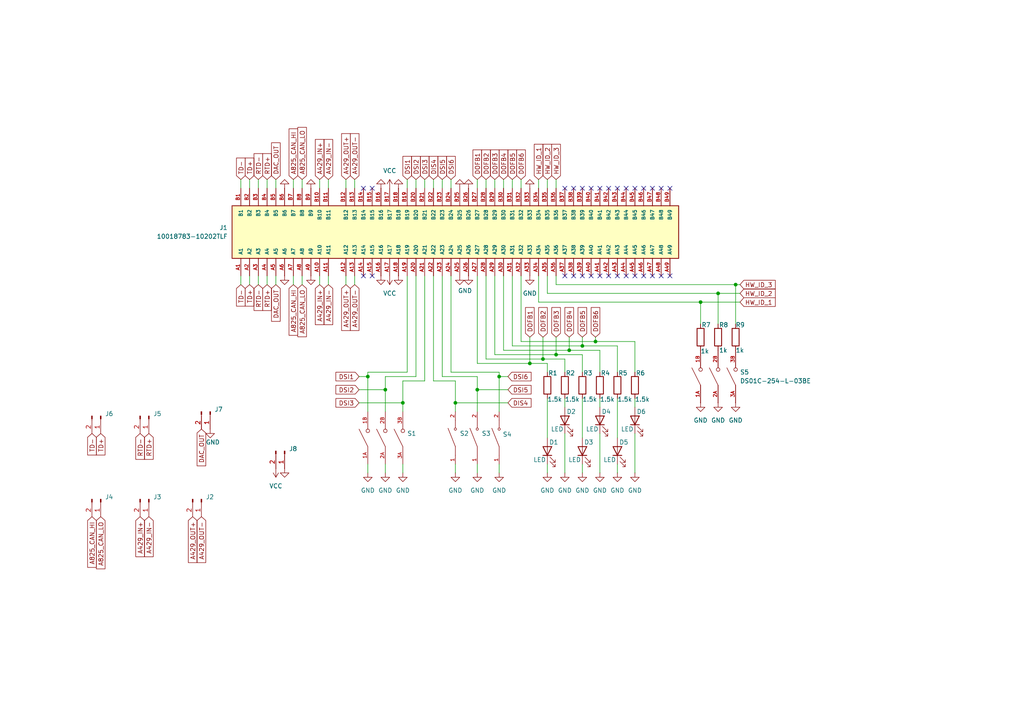
<source format=kicad_sch>
(kicad_sch (version 20231120) (generator "eeschema") (generator_version "8.0")
  (paper "A4")
  (lib_symbols
    (symbol "3 in 1 switch:DS01C-254-L-03BE" (pin_names (offset 1.016))
      (property "Reference" "S" (at -5.08 10.16 0))
      (property "Value" "DS01C-254-L-03BE" (at -5.08 -10.16 0))
      (symbol "DS01C-254-L-03BE_0_0"
        (polyline (pts (xy -2.54 -5.08) (xy 2.54 -2.54)) (stroke (width 0.1524)))
        (polyline (pts (xy -2.54 0) (xy 2.54 2.54)) (stroke (width 0.1524)))
        (polyline (pts (xy -2.54 5.08) (xy 2.54 7.62)) (stroke (width 0.1524)))
        (circle (center 2.032 -5.08) (radius 0.508) (stroke (width 0.1524)))
        (circle (center 2.032 0) (radius 0.508) (stroke (width 0.1524)))
        (circle (center 2.032 5.08) (radius 0.508) (stroke (width 0.1524)))
        (pin passive line (at -7.62 5.08 0) (length 5.08) (name "~") (number "1A"))
        (pin passive line (at 7.62 5.08 180) (length 5.08) (name "~") (number "1B"))
        (pin passive line (at -7.62 0 0) (length 5.08) (name "~") (number "2A"))
        (pin passive line (at 7.62 0 180) (length 5.08) (name "~") (number "2B"))
        (pin passive line (at -7.62 -5.08 0) (length 5.08) (name "~") (number "3A"))
        (pin passive line (at 7.62 -5.08 180) (length 5.08) (name "~") (number "3B"))
      )
    )
    (symbol "Connector:Conn_01x02_Pin" (pin_names (offset 1.016) hide)
      (property "Reference" "J" (at 0 2.54 0))
      (property "Value" "Conn_01x02_Pin" (at 0 -5.08 0))
      (symbol "Conn_01x02_Pin_1_1"
        (polyline (pts (xy 1.27 -2.54) (xy 0.8636 -2.54)) (stroke (width 0.1524)))
        (polyline (pts (xy 1.27 0) (xy 0.8636 0)) (stroke (width 0.1524)))
        (rectangle (start 0.8636 -2.413) (end 0 -2.667) (stroke (width 0.1524)) (fill (type outline)))
        (rectangle (start 0.8636 0.127) (end 0 -0.127) (stroke (width 0.1524)) (fill (type outline)))
        (pin passive line (at 5.08 0 180) (length 3.81) (name "Pin_1") (number "1"))
        (pin passive line (at 5.08 -2.54 180) (length 3.81) (name "Pin_2") (number "2"))
      )
    )
    (symbol "Device:LED" (pin_numbers hide) (pin_names (offset 1.016) hide)
      (property "Reference" "D" (at 0 2.54 0))
      (property "Value" "LED" (at 0 -2.54 0))
      (symbol "LED_0_1"
        (polyline (pts (xy -1.27 -1.27) (xy -1.27 1.27)) (stroke (width 0.254)))
        (polyline (pts (xy -1.27 0) (xy 1.27 0)))
        (polyline (pts (xy 1.27 -1.27) (xy 1.27 1.27) (xy -1.27 0) (xy 1.27 -1.27)) (stroke (width 0.254)))
        (polyline (pts (xy -3.048 -0.762) (xy -4.572 -2.286) (xy -3.81 -2.286) (xy -4.572 -2.286) (xy -4.572 -1.524)))
        (polyline (pts (xy -1.778 -0.762) (xy -3.302 -2.286) (xy -2.54 -2.286) (xy -3.302 -2.286) (xy -3.302 -1.524)))
      )
      (symbol "LED_1_1"
        (pin passive line (at -3.81 0 0) (length 2.54) (name "K") (number "1"))
        (pin passive line (at 3.81 0 180) (length 2.54) (name "A") (number "2"))
      )
    )
    (symbol "Device:R" (pin_numbers hide) (pin_names (offset 0))
      (property "Reference" "R" (at 2.032 0 90))
      (property "Value" "R" (at 0 0 90))
      (symbol "R_0_1"
        (rectangle (start -1.016 -2.54) (end 1.016 2.54) (stroke (width 0.254)))
      )
      (symbol "R_1_1"
        (pin passive line (at 0 3.81 270) (length 1.27) (name "~") (number "1"))
        (pin passive line (at 0 -3.81 90) (length 1.27) (name "~") (number "2"))
      )
    )
    (symbol "PCIE-8 Connector:10018783-10202TLF" (pin_names (offset 1.016))
      (property "Reference" "J" (at -7.62 64.262 0))
      (property "Value" "10018783-10202TLF" (at -7.62 -68.58 0))
      (symbol "10018783-10202TLF_0_0"
        (rectangle (start -7.62 -66.04) (end 7.62 63.5) (stroke (width 0.254)) (fill (type background)))
        (pin passive line (at -12.7 60.96 0) (length 5.08) (name "A1") (number "A1"))
        (pin passive line (at -12.7 38.1 0) (length 5.08) (name "A10") (number "A10"))
        (pin passive line (at -12.7 35.56 0) (length 5.08) (name "A11") (number "A11"))
        (pin passive line (at -12.7 30.48 0) (length 5.08) (name "A12") (number "A12"))
        (pin passive line (at -12.7 27.94 0) (length 5.08) (name "A13") (number "A13"))
        (pin passive line (at -12.7 25.4 0) (length 5.08) (name "A14") (number "A14"))
        (pin passive line (at -12.7 22.86 0) (length 5.08) (name "A15") (number "A15"))
        (pin passive line (at -12.7 20.32 0) (length 5.08) (name "A16") (number "A16"))
        (pin passive line (at -12.7 17.78 0) (length 5.08) (name "A17") (number "A17"))
        (pin passive line (at -12.7 15.24 0) (length 5.08) (name "A18") (number "A18"))
        (pin passive line (at -12.7 12.7 0) (length 5.08) (name "A19") (number "A19"))
        (pin passive line (at -12.7 58.42 0) (length 5.08) (name "A2") (number "A2"))
        (pin passive line (at -12.7 10.16 0) (length 5.08) (name "A20") (number "A20"))
        (pin passive line (at -12.7 7.62 0) (length 5.08) (name "A21") (number "A21"))
        (pin passive line (at -12.7 5.08 0) (length 5.08) (name "A22") (number "A22"))
        (pin passive line (at -12.7 2.54 0) (length 5.08) (name "A23") (number "A23"))
        (pin passive line (at -12.7 0 0) (length 5.08) (name "A24") (number "A24"))
        (pin passive line (at -12.7 -2.54 0) (length 5.08) (name "A25") (number "A25"))
        (pin passive line (at -12.7 -5.08 0) (length 5.08) (name "A26") (number "A26"))
        (pin passive line (at -12.7 -7.62 0) (length 5.08) (name "A27") (number "A27"))
        (pin passive line (at -12.7 -10.16 0) (length 5.08) (name "A28") (number "A28"))
        (pin passive line (at -12.7 -12.7 0) (length 5.08) (name "A29") (number "A29"))
        (pin passive line (at -12.7 55.88 0) (length 5.08) (name "A3") (number "A3"))
        (pin passive line (at -12.7 -15.24 0) (length 5.08) (name "A30") (number "A30"))
        (pin passive line (at -12.7 -17.78 0) (length 5.08) (name "A31") (number "A31"))
        (pin passive line (at -12.7 -20.32 0) (length 5.08) (name "A32") (number "A32"))
        (pin passive line (at -12.7 -22.86 0) (length 5.08) (name "A33") (number "A33"))
        (pin passive line (at -12.7 -25.4 0) (length 5.08) (name "A34") (number "A34"))
        (pin passive line (at -12.7 -27.94 0) (length 5.08) (name "A35") (number "A35"))
        (pin passive line (at -12.7 -30.48 0) (length 5.08) (name "A36") (number "A36"))
        (pin passive line (at -12.7 -33.02 0) (length 5.08) (name "A37") (number "A37"))
        (pin passive line (at -12.7 -35.56 0) (length 5.08) (name "A38") (number "A38"))
        (pin passive line (at -12.7 -38.1 0) (length 5.08) (name "A39") (number "A39"))
        (pin passive line (at -12.7 53.34 0) (length 5.08) (name "A4") (number "A4"))
        (pin passive line (at -12.7 -40.64 0) (length 5.08) (name "A40") (number "A40"))
        (pin passive line (at -12.7 -43.18 0) (length 5.08) (name "A41") (number "A41"))
        (pin passive line (at -12.7 -45.72 0) (length 5.08) (name "A42") (number "A42"))
        (pin passive line (at -12.7 -48.26 0) (length 5.08) (name "A43") (number "A43"))
        (pin passive line (at -12.7 -50.8 0) (length 5.08) (name "A44") (number "A44"))
        (pin passive line (at -12.7 -53.34 0) (length 5.08) (name "A45") (number "A45"))
        (pin passive line (at -12.7 -55.88 0) (length 5.08) (name "A46") (number "A46"))
        (pin passive line (at -12.7 -58.42 0) (length 5.08) (name "A47") (number "A47"))
        (pin passive line (at -12.7 -60.96 0) (length 5.08) (name "A48") (number "A48"))
        (pin passive line (at -12.7 -63.5 0) (length 5.08) (name "A49") (number "A49"))
        (pin passive line (at -12.7 50.8 0) (length 5.08) (name "A5") (number "A5"))
        (pin passive line (at -12.7 48.26 0) (length 5.08) (name "A6") (number "A6"))
        (pin passive line (at -12.7 45.72 0) (length 5.08) (name "A7") (number "A7"))
        (pin passive line (at -12.7 43.18 0) (length 5.08) (name "A8") (number "A8"))
        (pin passive line (at -12.7 40.64 0) (length 5.08) (name "A9") (number "A9"))
        (pin passive line (at 12.7 60.96 180) (length 5.08) (name "B1") (number "B1"))
        (pin passive line (at 12.7 38.1 180) (length 5.08) (name "B10") (number "B10"))
        (pin passive line (at 12.7 35.56 180) (length 5.08) (name "B11") (number "B11"))
        (pin passive line (at 12.7 30.48 180) (length 5.08) (name "B12") (number "B12"))
        (pin passive line (at 12.7 27.94 180) (length 5.08) (name "B13") (number "B13"))
        (pin passive line (at 12.7 25.4 180) (length 5.08) (name "B14") (number "B14"))
        (pin passive line (at 12.7 22.86 180) (length 5.08) (name "B15") (number "B15"))
        (pin passive line (at 12.7 20.32 180) (length 5.08) (name "B16") (number "B16"))
        (pin passive line (at 12.7 17.78 180) (length 5.08) (name "B17") (number "B17"))
        (pin passive line (at 12.7 15.24 180) (length 5.08) (name "B18") (number "B18"))
        (pin passive line (at 12.7 12.7 180) (length 5.08) (name "B19") (number "B19"))
        (pin passive line (at 12.7 58.42 180) (length 5.08) (name "B2") (number "B2"))
        (pin passive line (at 12.7 10.16 180) (length 5.08) (name "B20") (number "B20"))
        (pin passive line (at 12.7 7.62 180) (length 5.08) (name "B21") (number "B21"))
        (pin passive line (at 12.7 5.08 180) (length 5.08) (name "B22") (number "B22"))
        (pin passive line (at 12.7 2.54 180) (length 5.08) (name "B23") (number "B23"))
        (pin passive line (at 12.7 0 180) (length 5.08) (name "B24") (number "B24"))
        (pin passive line (at 12.7 -2.54 180) (length 5.08) (name "B25") (number "B25"))
        (pin passive line (at 12.7 -5.08 180) (length 5.08) (name "B26") (number "B26"))
        (pin passive line (at 12.7 -7.62 180) (length 5.08) (name "B27") (number "B27"))
        (pin passive line (at 12.7 -10.16 180) (length 5.08) (name "B28") (number "B28"))
        (pin passive line (at 12.7 -12.7 180) (length 5.08) (name "B29") (number "B29"))
        (pin passive line (at 12.7 55.88 180) (length 5.08) (name "B3") (number "B3"))
        (pin passive line (at 12.7 -15.24 180) (length 5.08) (name "B30") (number "B30"))
        (pin passive line (at 12.7 -17.78 180) (length 5.08) (name "B31") (number "B31"))
        (pin passive line (at 12.7 -20.32 180) (length 5.08) (name "B32") (number "B32"))
        (pin passive line (at 12.7 -22.86 180) (length 5.08) (name "B33") (number "B33"))
        (pin passive line (at 12.7 -25.4 180) (length 5.08) (name "B34") (number "B34"))
        (pin passive line (at 12.7 -27.94 180) (length 5.08) (name "B35") (number "B35"))
        (pin passive line (at 12.7 -30.48 180) (length 5.08) (name "B36") (number "B36"))
        (pin passive line (at 12.7 -33.02 180) (length 5.08) (name "B37") (number "B37"))
        (pin passive line (at 12.7 -35.56 180) (length 5.08) (name "B38") (number "B38"))
        (pin passive line (at 12.7 -38.1 180) (length 5.08) (name "B39") (number "B39"))
        (pin passive line (at 12.7 53.34 180) (length 5.08) (name "B4") (number "B4"))
        (pin passive line (at 12.7 -40.64 180) (length 5.08) (name "B40") (number "B40"))
        (pin passive line (at 12.7 -43.18 180) (length 5.08) (name "B41") (number "B41"))
        (pin passive line (at 12.7 -45.72 180) (length 5.08) (name "B42") (number "B42"))
        (pin passive line (at 12.7 -48.26 180) (length 5.08) (name "B43") (number "B43"))
        (pin passive line (at 12.7 -50.8 180) (length 5.08) (name "B44") (number "B44"))
        (pin passive line (at 12.7 -53.34 180) (length 5.08) (name "B45") (number "B45"))
        (pin passive line (at 12.7 -55.88 180) (length 5.08) (name "B46") (number "B46"))
        (pin passive line (at 12.7 -58.42 180) (length 5.08) (name "B47") (number "B47"))
        (pin passive line (at 12.7 -60.96 180) (length 5.08) (name "B48") (number "B48"))
        (pin passive line (at 12.7 -63.5 180) (length 5.08) (name "B49") (number "B49"))
        (pin passive line (at 12.7 50.8 180) (length 5.08) (name "B5") (number "B5"))
        (pin passive line (at 12.7 48.26 180) (length 5.08) (name "B6") (number "B6"))
        (pin passive line (at 12.7 45.72 180) (length 5.08) (name "B7") (number "B7"))
        (pin passive line (at 12.7 43.18 180) (length 5.08) (name "B8") (number "B8"))
        (pin passive line (at 12.7 40.64 180) (length 5.08) (name "B9") (number "B9"))
      )
    )
    (symbol "Single Button:TS09-63-25-WT-260-SMT-TR" (pin_names (offset 1.016))
      (property "Reference" "S" (at -2.54 2.54 0))
      (property "Value" "TS09-63-25-WT-260-SMT-TR" (at -2.54 -2.54 0))
      (symbol "TS09-63-25-WT-260-SMT-TR_0_0"
        (polyline (pts (xy -2.54 0) (xy -5.08 0)) (stroke (width 0.1524)))
        (polyline (pts (xy -2.54 0) (xy 2.794 2.1336)) (stroke (width 0.1524)))
        (polyline (pts (xy 5.08 0) (xy 2.921 0)) (stroke (width 0.1524)))
        (circle (center 2.54 0) (radius 0.3302) (stroke (width 0.1524)))
        (pin passive line (at -7.62 0 0) (length 2.54) (name "~") (number "1"))
        (pin passive line (at 7.62 0 180) (length 2.54) (name "~") (number "2"))
      )
    )
    (symbol "power:GND" (power) (pin_numbers hide) (pin_names (offset 0) hide)
      (property "Value" "GND" (at 0 -3.81 0))
      (symbol "GND_0_1"
        (polyline (pts (xy 0 0) (xy 0 -1.27) (xy 1.27 -1.27) (xy 0 -2.54) (xy -1.27 -1.27) (xy 0 -1.27)))
      )
      (symbol "GND_1_1"
        (pin power_in line (at 0 0 270) (length 0) (name "~") (number "1"))
      )
    )
    (symbol "power:VCC" (power) (pin_numbers hide) (pin_names (offset 0) hide)
      (property "Value" "VCC" (at 0 3.556 0))
      (symbol "VCC_0_1"
        (polyline (pts (xy -0.762 1.27) (xy 0 2.54)))
        (polyline (pts (xy 0 0) (xy 0 2.54)))
        (polyline (pts (xy 0 2.54) (xy 0.762 1.27)))
      )
      (symbol "VCC_1_1"
        (pin power_in line (at 0 0 90) (length 0) (name "~") (number "1"))
      )
    )
  )
  (junction (at 153.67 105.41))
  (junction (at 157.48 104.14))
  (junction (at 106.68 109.22))
  (junction (at 172.72 99.06))
  (junction (at 161.29 102.87))
  (junction (at 213.36 82.55))
  (junction (at 168.91 100.33))
  (junction (at 138.43 113.03))
  (junction (at 208.28 85.09))
  (junction (at 132.08 116.84))
  (junction (at 144.78 109.22))
  (junction (at 165.1 101.6))
  (junction (at 111.76 113.03))
  (junction (at 116.84 116.84))
  (junction (at 203.2 87.63))
  (no_connect (at 179.07 54.61))
  (no_connect (at 166.37 54.61))
  (no_connect (at 168.91 54.61))
  (no_connect (at 176.53 54.61))
  (no_connect (at 176.53 80.01))
  (no_connect (at 186.69 54.61))
  (no_connect (at 107.95 54.61))
  (no_connect (at 186.69 80.01))
  (no_connect (at 194.31 54.61))
  (no_connect (at 191.77 80.01))
  (no_connect (at 181.61 80.01))
  (no_connect (at 194.31 80.01))
  (no_connect (at 107.95 80.01))
  (no_connect (at 189.23 54.61))
  (no_connect (at 191.77 54.61))
  (no_connect (at 166.37 80.01))
  (no_connect (at 105.41 54.61))
  (no_connect (at 173.99 80.01))
  (no_connect (at 168.91 80.01))
  (no_connect (at 173.99 54.61))
  (no_connect (at 163.83 80.01))
  (no_connect (at 184.15 54.61))
  (no_connect (at 171.45 80.01))
  (no_connect (at 179.07 80.01))
  (no_connect (at 189.23 80.01))
  (no_connect (at 171.45 54.61))
  (no_connect (at 105.41 80.01))
  (no_connect (at 163.83 54.61))
  (no_connect (at 184.15 80.01))
  (no_connect (at 181.61 54.61))
  (wire (pts (xy 179.07 115.57) (xy 179.07 127)))
  (wire (pts (xy 143.51 102.87) (xy 161.29 102.87)))
  (wire (pts (xy 172.72 99.06) (xy 184.15 99.06)))
  (wire (pts (xy 184.15 115.57) (xy 184.15 118.11)))
  (wire (pts (xy 138.43 80.01) (xy 138.43 105.41)))
  (wire (pts (xy 72.39 52.07) (xy 72.39 54.61)))
  (wire (pts (xy 161.29 52.07) (xy 161.29 54.61)))
  (wire (pts (xy 208.28 85.09) (xy 214.63 85.09)))
  (wire (pts (xy 172.72 97.79) (xy 172.72 99.06)))
  (wire (pts (xy 102.87 82.55) (xy 102.87 80.01)))
  (wire (pts (xy 157.48 97.79) (xy 157.48 104.14)))
  (wire (pts (xy 168.91 97.79) (xy 168.91 100.33)))
  (wire (pts (xy 77.47 52.07) (xy 77.47 54.61)))
  (wire (pts (xy 138.43 109.22) (xy 138.43 113.03)))
  (wire (pts (xy 146.05 101.6) (xy 165.1 101.6)))
  (wire (pts (xy 140.97 104.14) (xy 157.48 104.14)))
  (wire (pts (xy 151.13 99.06) (xy 172.72 99.06)))
  (wire (pts (xy 184.15 99.06) (xy 184.15 107.95)))
  (wire (pts (xy 165.1 101.6) (xy 173.99 101.6)))
  (wire (pts (xy 106.68 107.95) (xy 106.68 109.22)))
  (wire (pts (xy 179.07 134.62) (xy 179.07 137.16)))
  (wire (pts (xy 168.91 115.57) (xy 168.91 127)))
  (wire (pts (xy 208.28 85.09) (xy 158.75 85.09)))
  (wire (pts (xy 143.51 80.01) (xy 143.51 102.87)))
  (wire (pts (xy 118.11 80.01) (xy 118.11 107.95)))
  (wire (pts (xy 158.75 105.41) (xy 153.67 105.41)))
  (wire (pts (xy 148.59 80.01) (xy 148.59 100.33)))
  (wire (pts (xy 130.81 52.07) (xy 130.81 54.61)))
  (wire (pts (xy 168.91 134.62) (xy 168.91 137.16)))
  (wire (pts (xy 213.36 93.98) (xy 213.36 82.55)))
  (wire (pts (xy 143.51 52.07) (xy 143.51 54.61)))
  (wire (pts (xy 165.1 97.79) (xy 165.1 101.6)))
  (wire (pts (xy 106.68 134.62) (xy 106.68 137.16)))
  (wire (pts (xy 157.48 104.14) (xy 163.83 104.14)))
  (wire (pts (xy 138.43 109.22) (xy 128.27 109.22)))
  (wire (pts (xy 106.68 109.22) (xy 106.68 119.38)))
  (wire (pts (xy 123.19 80.01) (xy 123.19 110.49)))
  (wire (pts (xy 203.2 87.63) (xy 156.21 87.63)))
  (wire (pts (xy 95.25 52.07) (xy 95.25 54.61)))
  (wire (pts (xy 161.29 97.79) (xy 161.29 102.87)))
  (wire (pts (xy 173.99 115.57) (xy 173.99 118.11)))
  (wire (pts (xy 203.2 93.98) (xy 203.2 87.63)))
  (wire (pts (xy 140.97 80.01) (xy 140.97 104.14)))
  (wire (pts (xy 80.01 82.55) (xy 80.01 80.01)))
  (wire (pts (xy 74.93 82.55) (xy 74.93 80.01)))
  (wire (pts (xy 111.76 113.03) (xy 111.76 119.38)))
  (wire (pts (xy 85.09 52.07) (xy 85.09 54.61)))
  (wire (pts (xy 72.39 82.55) (xy 72.39 80.01)))
  (wire (pts (xy 158.75 107.95) (xy 158.75 105.41)))
  (wire (pts (xy 148.59 52.07) (xy 148.59 54.61)))
  (wire (pts (xy 132.08 110.49) (xy 132.08 116.84)))
  (wire (pts (xy 213.36 82.55) (xy 214.63 82.55)))
  (wire (pts (xy 146.05 52.07) (xy 146.05 54.61)))
  (wire (pts (xy 125.73 80.01) (xy 125.73 110.49)))
  (wire (pts (xy 100.33 52.07) (xy 100.33 54.61)))
  (wire (pts (xy 148.59 100.33) (xy 168.91 100.33)))
  (wire (pts (xy 87.63 82.55) (xy 87.63 80.01)))
  (wire (pts (xy 100.33 82.55) (xy 100.33 80.01)))
  (wire (pts (xy 146.05 80.01) (xy 146.05 101.6)))
  (wire (pts (xy 151.13 80.01) (xy 151.13 99.06)))
  (wire (pts (xy 179.07 100.33) (xy 179.07 107.95)))
  (wire (pts (xy 208.28 93.98) (xy 208.28 85.09)))
  (wire (pts (xy 123.19 52.07) (xy 123.19 54.61)))
  (wire (pts (xy 213.36 82.55) (xy 161.29 82.55)))
  (wire (pts (xy 163.83 104.14) (xy 163.83 107.95)))
  (wire (pts (xy 132.08 116.84) (xy 132.08 119.38)))
  (wire (pts (xy 120.65 52.07) (xy 120.65 54.61)))
  (wire (pts (xy 111.76 134.62) (xy 111.76 137.16)))
  (wire (pts (xy 144.78 109.22) (xy 144.78 119.38)))
  (wire (pts (xy 123.19 110.49) (xy 116.84 110.49)))
  (wire (pts (xy 80.01 52.07) (xy 80.01 54.61)))
  (wire (pts (xy 161.29 82.55) (xy 161.29 80.01)))
  (wire (pts (xy 116.84 134.62) (xy 116.84 137.16)))
  (wire (pts (xy 128.27 52.07) (xy 128.27 54.61)))
  (wire (pts (xy 77.47 82.55) (xy 77.47 80.01)))
  (wire (pts (xy 138.43 52.07) (xy 138.43 54.61)))
  (wire (pts (xy 158.75 115.57) (xy 158.75 127)))
  (wire (pts (xy 158.75 52.07) (xy 158.75 54.61)))
  (wire (pts (xy 138.43 113.03) (xy 138.43 119.38)))
  (wire (pts (xy 130.81 107.95) (xy 144.78 107.95)))
  (wire (pts (xy 120.65 109.22) (xy 111.76 109.22)))
  (wire (pts (xy 153.67 105.41) (xy 138.43 105.41)))
  (wire (pts (xy 128.27 80.01) (xy 128.27 109.22)))
  (wire (pts (xy 156.21 87.63) (xy 156.21 80.01)))
  (wire (pts (xy 158.75 85.09) (xy 158.75 80.01)))
  (wire (pts (xy 111.76 109.22) (xy 111.76 113.03)))
  (wire (pts (xy 163.83 115.57) (xy 163.83 118.11)))
  (wire (pts (xy 144.78 134.62) (xy 144.78 137.16)))
  (wire (pts (xy 156.21 52.07) (xy 156.21 54.61)))
  (wire (pts (xy 132.08 134.62) (xy 132.08 137.16)))
  (wire (pts (xy 158.75 134.62) (xy 158.75 137.16)))
  (wire (pts (xy 74.93 52.07) (xy 74.93 54.61)))
  (wire (pts (xy 92.71 52.07) (xy 92.71 54.61)))
  (wire (pts (xy 118.11 107.95) (xy 106.68 107.95)))
  (wire (pts (xy 184.15 125.73) (xy 184.15 137.16)))
  (wire (pts (xy 173.99 125.73) (xy 173.99 137.16)))
  (wire (pts (xy 118.11 52.07) (xy 118.11 54.61)))
  (wire (pts (xy 104.14 109.22) (xy 106.68 109.22)))
  (wire (pts (xy 151.13 52.07) (xy 151.13 54.61)))
  (wire (pts (xy 87.63 52.07) (xy 87.63 54.61)))
  (wire (pts (xy 104.14 113.03) (xy 111.76 113.03)))
  (wire (pts (xy 203.2 87.63) (xy 214.63 87.63)))
  (wire (pts (xy 144.78 107.95) (xy 144.78 109.22)))
  (wire (pts (xy 138.43 134.62) (xy 138.43 137.16)))
  (wire (pts (xy 130.81 80.01) (xy 130.81 107.95)))
  (wire (pts (xy 92.71 82.55) (xy 92.71 80.01)))
  (wire (pts (xy 125.73 52.07) (xy 125.73 54.61)))
  (wire (pts (xy 168.91 102.87) (xy 168.91 107.95)))
  (wire (pts (xy 85.09 82.55) (xy 85.09 80.01)))
  (wire (pts (xy 144.78 109.22) (xy 147.32 109.22)))
  (wire (pts (xy 132.08 116.84) (xy 147.32 116.84)))
  (wire (pts (xy 95.25 82.55) (xy 95.25 80.01)))
  (wire (pts (xy 116.84 116.84) (xy 116.84 119.38)))
  (wire (pts (xy 138.43 113.03) (xy 147.32 113.03)))
  (wire (pts (xy 69.85 52.07) (xy 69.85 54.61)))
  (wire (pts (xy 168.91 100.33) (xy 179.07 100.33)))
  (wire (pts (xy 140.97 52.07) (xy 140.97 54.61)))
  (wire (pts (xy 104.14 116.84) (xy 116.84 116.84)))
  (wire (pts (xy 116.84 110.49) (xy 116.84 116.84)))
  (wire (pts (xy 132.08 110.49) (xy 125.73 110.49)))
  (wire (pts (xy 173.99 101.6) (xy 173.99 107.95)))
  (wire (pts (xy 120.65 80.01) (xy 120.65 109.22)))
  (wire (pts (xy 153.67 97.79) (xy 153.67 105.41)))
  (wire (pts (xy 102.87 52.07) (xy 102.87 54.61)))
  (wire (pts (xy 163.83 125.73) (xy 163.83 137.16)))
  (wire (pts (xy 69.85 82.55) (xy 69.85 80.01)))
  (wire (pts (xy 161.29 102.87) (xy 168.91 102.87)))
  (global_label "A429_IN-" (shape input) (at 43.18 149.86 270) (property "Intersheetrefs" "${INTERSHEET_REFS}" (effects (hide yes))))
  (global_label "DAC_OUT" (shape input) (at 58.42 124.46 270) (property "Intersheetrefs" "${INTERSHEET_REFS}" (effects (hide yes))))
  (global_label "DOFB3" (shape input) (at 161.29 97.79 90) (property "Intersheetrefs" "${INTERSHEET_REFS}" (effects (hide yes))))
  (global_label "DSI5" (shape input) (at 128.27 52.07 90) (property "Intersheetrefs" "${INTERSHEET_REFS}" (effects (hide yes))))
  (global_label "DOFB2" (shape input) (at 157.48 97.79 90) (property "Intersheetrefs" "${INTERSHEET_REFS}" (effects (hide yes))))
  (global_label "DIS4" (shape input) (at 125.73 52.07 90) (property "Intersheetrefs" "${INTERSHEET_REFS}" (effects (hide yes))))
  (global_label "TD+" (shape input) (at 72.39 82.55 270) (property "Intersheetrefs" "${INTERSHEET_REFS}" (effects (hide yes))))
  (global_label "RTD-" (shape input) (at 74.93 82.55 270) (property "Intersheetrefs" "${INTERSHEET_REFS}" (effects (hide yes))))
  (global_label "DSI1" (shape input) (at 118.11 52.07 90) (property "Intersheetrefs" "${INTERSHEET_REFS}" (effects (hide yes))))
  (global_label "DSI2" (shape input) (at 120.65 52.07 90) (property "Intersheetrefs" "${INTERSHEET_REFS}" (effects (hide yes))))
  (global_label "DOFB6" (shape input) (at 172.72 97.79 90) (property "Intersheetrefs" "${INTERSHEET_REFS}" (effects (hide yes))))
  (global_label "DSI3" (shape input) (at 123.19 52.07 90) (property "Intersheetrefs" "${INTERSHEET_REFS}" (effects (hide yes))))
  (global_label "A429_IN-" (shape input) (at 95.25 52.07 90) (property "Intersheetrefs" "${INTERSHEET_REFS}" (effects (hide yes))))
  (global_label "A825_CAN_LO" (shape input) (at 87.63 52.07 90) (property "Intersheetrefs" "${INTERSHEET_REFS}" (effects (hide yes))))
  (global_label "DSI1" (shape input) (at 104.14 109.22 180) (property "Intersheetrefs" "${INTERSHEET_REFS}" (effects (hide yes))))
  (global_label "A429_OUT-" (shape input) (at 102.87 82.55 270) (property "Intersheetrefs" "${INTERSHEET_REFS}" (effects (hide yes))))
  (global_label "TD+" (shape input) (at 29.21 125.73 270) (property "Intersheetrefs" "${INTERSHEET_REFS}" (effects (hide yes))))
  (global_label "A429_OUT+" (shape input) (at 55.88 149.86 270) (property "Intersheetrefs" "${INTERSHEET_REFS}" (effects (hide yes))))
  (global_label "A825_CAN_HI" (shape input) (at 85.09 52.07 90) (property "Intersheetrefs" "${INTERSHEET_REFS}" (effects (hide yes))))
  (global_label "DOFB1" (shape input) (at 153.67 97.79 90) (property "Intersheetrefs" "${INTERSHEET_REFS}" (effects (hide yes))))
  (global_label "A429_IN+" (shape input) (at 92.71 52.07 90) (property "Intersheetrefs" "${INTERSHEET_REFS}" (effects (hide yes))))
  (global_label "DOFB6" (shape input) (at 151.13 52.07 90) (property "Intersheetrefs" "${INTERSHEET_REFS}" (effects (hide yes))))
  (global_label "DOFB1" (shape input) (at 138.43 52.07 90) (property "Intersheetrefs" "${INTERSHEET_REFS}" (effects (hide yes))))
  (global_label "HW_ID_3" (shape input) (at 161.29 52.07 90) (property "Intersheetrefs" "${INTERSHEET_REFS}" (effects (hide yes))))
  (global_label "A825_CAN_LO" (shape input) (at 87.63 82.55 270) (property "Intersheetrefs" "${INTERSHEET_REFS}" (effects (hide yes))))
  (global_label "DOFB4" (shape input) (at 146.05 52.07 90) (property "Intersheetrefs" "${INTERSHEET_REFS}" (effects (hide yes))))
  (global_label "DSI2" (shape input) (at 104.14 113.03 180) (property "Intersheetrefs" "${INTERSHEET_REFS}" (effects (hide yes))))
  (global_label "DOFB2" (shape input) (at 140.97 52.07 90) (property "Intersheetrefs" "${INTERSHEET_REFS}" (effects (hide yes))))
  (global_label "RTD+" (shape input) (at 77.47 52.07 90) (property "Intersheetrefs" "${INTERSHEET_REFS}" (effects (hide yes))))
  (global_label "RTD-" (shape input) (at 40.64 125.73 270) (property "Intersheetrefs" "${INTERSHEET_REFS}" (effects (hide yes))))
  (global_label "DIS4" (shape input) (at 147.32 116.84 0) (property "Intersheetrefs" "${INTERSHEET_REFS}" (effects (hide yes))))
  (global_label "HW_ID_1" (shape input) (at 156.21 52.07 90) (property "Intersheetrefs" "${INTERSHEET_REFS}" (effects (hide yes))))
  (global_label "HW_ID_2" (shape input) (at 158.75 52.07 90) (property "Intersheetrefs" "${INTERSHEET_REFS}" (effects (hide yes))))
  (global_label "DSI3" (shape input) (at 104.14 116.84 180) (property "Intersheetrefs" "${INTERSHEET_REFS}" (effects (hide yes))))
  (global_label "DSI6" (shape input) (at 147.32 109.22 0) (property "Intersheetrefs" "${INTERSHEET_REFS}" (effects (hide yes))))
  (global_label "RTD+" (shape input) (at 43.18 125.73 270) (property "Intersheetrefs" "${INTERSHEET_REFS}" (effects (hide yes))))
  (global_label "A429_OUT-" (shape input) (at 58.42 149.86 270) (property "Intersheetrefs" "${INTERSHEET_REFS}" (effects (hide yes))))
  (global_label "TD-" (shape input) (at 69.85 82.55 270) (property "Intersheetrefs" "${INTERSHEET_REFS}" (effects (hide yes))))
  (global_label "RTD-" (shape input) (at 74.93 52.07 90) (property "Intersheetrefs" "${INTERSHEET_REFS}" (effects (hide yes))))
  (global_label "DOFB3" (shape input) (at 143.51 52.07 90) (property "Intersheetrefs" "${INTERSHEET_REFS}" (effects (hide yes))))
  (global_label "DOFB5" (shape input) (at 148.59 52.07 90) (property "Intersheetrefs" "${INTERSHEET_REFS}" (effects (hide yes))))
  (global_label "TD-" (shape input) (at 26.67 125.73 270) (property "Intersheetrefs" "${INTERSHEET_REFS}" (effects (hide yes))))
  (global_label "DSI5" (shape input) (at 147.32 113.03 0) (property "Intersheetrefs" "${INTERSHEET_REFS}" (effects (hide yes))))
  (global_label "A429_OUT-" (shape input) (at 102.87 52.07 90) (property "Intersheetrefs" "${INTERSHEET_REFS}" (effects (hide yes))))
  (global_label "TD-" (shape input) (at 69.85 52.07 90) (property "Intersheetrefs" "${INTERSHEET_REFS}" (effects (hide yes))))
  (global_label "A429_OUT+" (shape input) (at 100.33 52.07 90) (property "Intersheetrefs" "${INTERSHEET_REFS}" (effects (hide yes))))
  (global_label "A429_OUT+" (shape input) (at 100.33 82.55 270) (property "Intersheetrefs" "${INTERSHEET_REFS}" (effects (hide yes))))
  (global_label "DAC_OUT" (shape input) (at 80.01 52.07 90) (property "Intersheetrefs" "${INTERSHEET_REFS}" (effects (hide yes))))
  (global_label "A429_IN+" (shape input) (at 40.64 149.86 270) (property "Intersheetrefs" "${INTERSHEET_REFS}" (effects (hide yes))))
  (global_label "DSI6" (shape input) (at 130.81 52.07 90) (property "Intersheetrefs" "${INTERSHEET_REFS}" (effects (hide yes))))
  (global_label "DAC_OUT" (shape input) (at 80.01 82.55 270) (property "Intersheetrefs" "${INTERSHEET_REFS}" (effects (hide yes))))
  (global_label "DOFB4" (shape input) (at 165.1 97.79 90) (property "Intersheetrefs" "${INTERSHEET_REFS}" (effects (hide yes))))
  (global_label "TD+" (shape input) (at 72.39 52.07 90) (property "Intersheetrefs" "${INTERSHEET_REFS}" (effects (hide yes))))
  (global_label "HW_ID_1" (shape input) (at 214.63 87.63 0) (property "Intersheetrefs" "${INTERSHEET_REFS}" (effects (hide yes))))
  (global_label "A825_CAN_LO" (shape input) (at 29.21 149.86 270) (property "Intersheetrefs" "${INTERSHEET_REFS}" (effects (hide yes))))
  (global_label "A429_IN-" (shape input) (at 95.25 82.55 270) (property "Intersheetrefs" "${INTERSHEET_REFS}" (effects (hide yes))))
  (global_label "A825_CAN_HI" (shape input) (at 85.09 82.55 270) (property "Intersheetrefs" "${INTERSHEET_REFS}" (effects (hide yes))))
  (global_label "DOFB5" (shape input) (at 168.91 97.79 90) (property "Intersheetrefs" "${INTERSHEET_REFS}" (effects (hide yes))))
  (global_label "HW_ID_3" (shape input) (at 214.63 82.55 0) (property "Intersheetrefs" "${INTERSHEET_REFS}" (effects (hide yes))))
  (global_label "RTD+" (shape input) (at 77.47 82.55 270) (property "Intersheetrefs" "${INTERSHEET_REFS}" (effects (hide yes))))
  (global_label "A825_CAN_HI" (shape input) (at 26.67 149.86 270) (property "Intersheetrefs" "${INTERSHEET_REFS}" (effects (hide yes))))
  (global_label "A429_IN+" (shape input) (at 92.71 82.55 270) (property "Intersheetrefs" "${INTERSHEET_REFS}" (effects (hide yes))))
  (global_label "HW_ID_2" (shape input) (at 214.63 85.09 0) (property "Intersheetrefs" "${INTERSHEET_REFS}" (effects (hide yes))))
  (symbol (lib_id "Device:R") (at 168.91 111.76 0) (unit 1)
    (property "Reference" "R3" (at 169.164 108.204 0) (effects (justify left)))
    (property "Value" "1.5k" (at 168.91 115.824 0) (effects (justify left)))
    (property "Footprint" "Resistor_SMD:R_0805_2012Metric" (effects (hide yes)))
    (property "Description" "Resistor" (effects (hide yes)))
  )
  (symbol (lib_id "Single Button:TS09-63-25-WT-260-SMT-TR") (at 132.08 127 90) (unit 1)
    (property "Reference" "S2" (at 133.35 125.7299 90) (effects (justify right)))
    (property "Value" "TS09-63-25-WT-260-SMT-TR" (effects (hide yes)))
    (property "Footprint" "SDII LIB:SW_TS09-63-25-WT-260-SMT-TR" (effects (hide yes)))
    (property "PARTREV" "1.0" (effects (hide yes)))
    (property "MANUFACTURER" "CUI Devices" (effects (hide yes)))
    (property "MAXIMUM_PACKAGE_HEIGHT" "2.5 mm" (effects (hide yes)))
    (property "STANDARD" "Manufacturer Recommendations" (effects (hide yes)))
  )
  (symbol (lib_id "power:GND") (at 158.75 137.16 0) (unit 1)
    (property "Reference" "#PWR016" (effects (hide yes)))
    (property "Value" "GND" (at 158.75 142.24 0))
    (property "Description" "Power symbol creates a global label with name \"GND\" , ground" (effects (hide yes)))
  )
  (symbol (lib_id "Device:R") (at 184.15 111.76 0) (unit 1)
    (property "Reference" "R6" (at 184.404 108.204 0) (effects (justify left)))
    (property "Value" "1.5k" (at 184.15 115.824 0) (effects (justify left)))
    (property "Footprint" "Resistor_SMD:R_0805_2012Metric" (effects (hide yes)))
    (property "Description" "Resistor" (effects (hide yes)))
  )
  (symbol (lib_id "PCIE-8 Connector:10018783-10202TLF") (at 130.81 67.31 90) (unit 1)
    (property "Reference" "J1" (at 66.04 66.0399 90) (effects (justify left)))
    (property "Value" "10018783-10202TLF" (at 66.04 68.5799 90) (effects (justify left)))
    (property "Footprint" "SDII LIB:PCI_Express_Card" (effects (hide yes)))
    (property "PARTREV" "AA" (effects (hide yes)))
    (property "STANDARD" "Manufacturer Recommendations" (effects (hide yes)))
    (property "MAXIMUM_PACKAGE_HEIGHT" "11.25mm" (effects (hide yes)))
    (property "MANUFACTURER" "Amphenol" (effects (hide yes)))
  )
  (symbol (lib_id "power:GND") (at 116.84 137.16 0) (unit 1)
    (property "Reference" "#PWR019" (effects (hide yes)))
    (property "Value" "GND" (at 116.84 142.24 0))
    (property "Description" "Power symbol creates a global label with name \"GND\" , ground" (effects (hide yes)))
  )
  (symbol (lib_id "Device:LED") (at 184.15 121.92 90) (unit 1)
    (property "Reference" "D6" (at 184.658 119.38 90) (effects (justify right)))
    (property "Value" "LED" (at 180.086 124.46 90) (effects (justify right)))
    (property "Footprint" "LED_SMD:LED_0805_2012Metric" (effects (hide yes)))
    (property "Description" "Light emitting diode" (effects (hide yes)))
  )
  (symbol (lib_id "power:GND") (at 144.78 137.16 0) (unit 1)
    (property "Reference" "#PWR022" (effects (hide yes)))
    (property "Value" "GND" (at 144.78 142.24 0))
    (property "Description" "Power symbol creates a global label with name \"GND\" , ground" (effects (hide yes)))
  )
  (symbol (lib_id "power:GND") (at 133.35 80.01 0) (unit 1)
    (property "Reference" "#PWR05" (effects (hide yes)))
    (property "Value" "GND" (at 134.874 84.328 0))
    (property "Description" "Power symbol creates a global label with name \"GND\" , ground" (effects (hide yes)))
  )
  (symbol (lib_id "power:GND") (at 138.43 137.16 0) (unit 1)
    (property "Reference" "#PWR021" (effects (hide yes)))
    (property "Value" "GND" (at 138.43 142.24 0))
    (property "Description" "Power symbol creates a global label with name \"GND\" , ground" (effects (hide yes)))
  )
  (symbol (lib_id "power:GND") (at 153.67 80.01 0) (unit 1)
    (property "Reference" "#PWR07" (effects (hide yes)))
    (property "Value" "GND" (at 153.67 85.09 0))
    (property "Description" "Power symbol creates a global label with name \"GND\" , ground" (effects (hide yes)))
  )
  (symbol (lib_id "power:GND") (at 115.57 54.61 180) (unit 1)
    (property "Reference" "#PWR025" (effects (hide yes)))
    (property "Value" "GND" (effects (hide yes)))
    (property "Description" "Power symbol creates a global label with name \"GND\" , ground" (effects (hide yes)))
  )
  (symbol (lib_id "Single Button:TS09-63-25-WT-260-SMT-TR") (at 144.78 127 90) (unit 1)
    (property "Reference" "S4" (at 145.796 125.984 90) (effects (justify right)))
    (property "Value" "TS09-63-25-WT-260-SMT-TR" (effects (hide yes)))
    (property "Footprint" "SDII LIB:SW_TS09-63-25-WT-260-SMT-TR" (effects (hide yes)))
    (property "PARTREV" "1.0" (effects (hide yes)))
    (property "MANUFACTURER" "CUI Devices" (effects (hide yes)))
    (property "MAXIMUM_PACKAGE_HEIGHT" "2.5 mm" (effects (hide yes)))
    (property "STANDARD" "Manufacturer Recommendations" (effects (hide yes)))
  )
  (symbol (lib_id "power:GND") (at 184.15 137.16 0) (unit 1)
    (property "Reference" "#PWR013" (effects (hide yes)))
    (property "Value" "GND" (at 184.15 142.24 0))
    (property "Description" "Power symbol creates a global label with name \"GND\" , ground" (effects (hide yes)))
  )
  (symbol (lib_id "power:GND") (at 111.76 137.16 0) (unit 1)
    (property "Reference" "#PWR018" (effects (hide yes)))
    (property "Value" "GND" (at 111.76 142.24 0))
    (property "Description" "Power symbol creates a global label with name \"GND\" , ground" (effects (hide yes)))
  )
  (symbol (lib_id "power:GND") (at 163.83 137.16 0) (unit 1)
    (property "Reference" "#PWR011" (effects (hide yes)))
    (property "Value" "GND" (at 163.83 142.24 0))
    (property "Description" "Power symbol creates a global label with name \"GND\" , ground" (effects (hide yes)))
  )
  (symbol (lib_id "Device:LED") (at 158.75 130.81 90) (unit 1)
    (property "Reference" "D1" (at 159.258 128.27 90) (effects (justify right)))
    (property "Value" "LED" (at 154.686 133.35 90) (effects (justify right)))
    (property "Footprint" "LED_SMD:LED_0805_2012Metric" (effects (hide yes)))
    (property "Description" "Light emitting diode" (effects (hide yes)))
  )
  (symbol (lib_id "Connector:Conn_01x02_Pin") (at 58.42 144.78 270) (unit 1)
    (property "Reference" "J2" (at 59.69 144.1449 90) (effects (justify left)))
    (property "Value" "Conn_01x02_Pin" (effects (hide yes)))
    (property "Footprint" "SDII LIB:pin header" (effects (hide yes)))
    (property "Description" "Generic connector, single row, 01x02, script generated" (effects (hide yes)))
  )
  (symbol (lib_id "power:GND") (at 115.57 80.01 0) (unit 1)
    (property "Reference" "#PWR04" (effects (hide yes)))
    (property "Value" "GND" (effects (hide yes)))
    (property "Description" "Power symbol creates a global label with name \"GND\" , ground" (effects (hide yes)))
  )
  (symbol (lib_id "power:GND") (at 110.49 54.61 180) (unit 1)
    (property "Reference" "#PWR026" (effects (hide yes)))
    (property "Value" "GND" (effects (hide yes)))
    (property "Description" "Power symbol creates a global label with name \"GND\" , ground" (effects (hide yes)))
  )
  (symbol (lib_id "power:GND") (at 135.89 80.01 0) (unit 1)
    (property "Reference" "#PWR06" (effects (hide yes)))
    (property "Value" "GND" (effects (hide yes)))
    (property "Description" "Power symbol creates a global label with name \"GND\" , ground" (effects (hide yes)))
  )
  (symbol (lib_id "Device:R") (at 179.07 111.76 0) (unit 1)
    (property "Reference" "R5" (at 179.324 108.204 0) (effects (justify left)))
    (property "Value" "1.5k" (at 179.07 115.824 0) (effects (justify left)))
    (property "Footprint" "Resistor_SMD:R_0805_2012Metric" (effects (hide yes)))
    (property "Description" "Resistor" (effects (hide yes)))
  )
  (symbol (lib_id "power:GND") (at 179.07 137.16 0) (unit 1)
    (property "Reference" "#PWR014" (effects (hide yes)))
    (property "Value" "GND" (at 179.07 142.24 0))
    (property "Description" "Power symbol creates a global label with name \"GND\" , ground" (effects (hide yes)))
  )
  (symbol (lib_id "power:GND") (at 82.55 135.89 0) (unit 1)
    (property "Reference" "#PWR034" (effects (hide yes)))
    (property "Value" "GND" (effects (hide yes)))
    (property "Description" "Power symbol creates a global label with name \"GND\" , ground" (effects (hide yes)))
  )
  (symbol (lib_id "Device:R") (at 163.83 111.76 0) (unit 1)
    (property "Reference" "R2" (at 164.084 108.204 0) (effects (justify left)))
    (property "Value" "1.5k" (at 163.83 115.824 0) (effects (justify left)))
    (property "Footprint" "Resistor_SMD:R_0805_2012Metric" (effects (hide yes)))
    (property "Description" "Resistor" (effects (hide yes)))
  )
  (symbol (lib_id "Single Button:TS09-63-25-WT-260-SMT-TR") (at 138.43 127 90) (unit 1)
    (property "Reference" "S3" (at 139.7 125.7299 90) (effects (justify right)))
    (property "Value" "TS09-63-25-WT-260-SMT-TR" (effects (hide yes)))
    (property "Footprint" "SDII LIB:SW_TS09-63-25-WT-260-SMT-TR" (effects (hide yes)))
    (property "PARTREV" "1.0" (effects (hide yes)))
    (property "MANUFACTURER" "CUI Devices" (effects (hide yes)))
    (property "MAXIMUM_PACKAGE_HEIGHT" "2.5 mm" (effects (hide yes)))
    (property "STANDARD" "Manufacturer Recommendations" (effects (hide yes)))
  )
  (symbol (lib_id "power:GND") (at 90.17 54.61 180) (unit 1)
    (property "Reference" "#PWR027" (effects (hide yes)))
    (property "Value" "GND" (effects (hide yes)))
    (property "Description" "Power symbol creates a global label with name \"GND\" , ground" (effects (hide yes)))
  )
  (symbol (lib_id "Connector:Conn_01x02_Pin") (at 29.21 144.78 270) (unit 1)
    (property "Reference" "J4" (at 30.48 144.1449 90) (effects (justify left)))
    (property "Value" "Conn_01x02_Pin" (effects (hide yes)))
    (property "Footprint" "SDII LIB:pin header" (effects (hide yes)))
    (property "Description" "Generic connector, single row, 01x02, script generated" (effects (hide yes)))
  )
  (symbol (lib_id "Device:R") (at 173.99 111.76 0) (unit 1)
    (property "Reference" "R4" (at 174.244 108.204 0) (effects (justify left)))
    (property "Value" "1.5k" (at 173.99 115.824 0) (effects (justify left)))
    (property "Footprint" "Resistor_SMD:R_0805_2012Metric" (effects (hide yes)))
    (property "Description" "Resistor" (effects (hide yes)))
  )
  (symbol (lib_id "power:GND") (at 132.08 137.16 0) (unit 1)
    (property "Reference" "#PWR020" (effects (hide yes)))
    (property "Value" "GND" (at 132.08 142.24 0))
    (property "Description" "Power symbol creates a global label with name \"GND\" , ground" (effects (hide yes)))
  )
  (symbol (lib_id "power:GND") (at 173.99 137.16 0) (unit 1)
    (property "Reference" "#PWR012" (effects (hide yes)))
    (property "Value" "GND" (at 173.99 142.24 0))
    (property "Description" "Power symbol creates a global label with name \"GND\" , ground" (effects (hide yes)))
  )
  (symbol (lib_id "Device:R") (at 213.36 97.79 0) (unit 1)
    (property "Reference" "R9" (at 213.36 94.234 0) (effects (justify left)))
    (property "Value" "1k" (at 213.36 101.6 0) (effects (justify left)))
    (property "Footprint" "Resistor_SMD:R_0805_2012Metric" (effects (hide yes)))
    (property "Description" "Resistor" (effects (hide yes)))
  )
  (symbol (lib_id "Device:LED") (at 179.07 130.81 90) (unit 1)
    (property "Reference" "D5" (at 179.578 128.27 90) (effects (justify right)))
    (property "Value" "LED" (at 175.006 133.35 90) (effects (justify right)))
    (property "Footprint" "LED_SMD:LED_0805_2012Metric" (effects (hide yes)))
    (property "Description" "Light emitting diode" (effects (hide yes)))
  )
  (symbol (lib_id "Device:R") (at 208.28 97.79 0) (unit 1)
    (property "Reference" "R8" (at 208.534 94.234 0) (effects (justify left)))
    (property "Value" "1k" (at 208.534 101.6 0) (effects (justify left)))
    (property "Footprint" "Resistor_SMD:R_0805_2012Metric" (effects (hide yes)))
    (property "Description" "Resistor" (effects (hide yes)))
  )
  (symbol (lib_id "power:GND") (at 213.36 116.84 0) (unit 1)
    (property "Reference" "#PWR010" (effects (hide yes)))
    (property "Value" "GND" (at 213.36 121.92 0))
    (property "Description" "Power symbol creates a global label with name \"GND\" , ground" (effects (hide yes)))
  )
  (symbol (lib_id "Connector:Conn_01x02_Pin") (at 82.55 130.81 270) (unit 1)
    (property "Reference" "J8" (at 83.82 130.1749 90) (effects (justify left)))
    (property "Value" "Conn_01x02_Pin" (effects (hide yes)))
    (property "Footprint" "SDII LIB:pin header" (effects (hide yes)))
    (property "Description" "Generic connector, single row, 01x02, script generated" (effects (hide yes)))
  )
  (symbol (lib_id "Device:LED") (at 173.99 121.92 90) (unit 1)
    (property "Reference" "D4" (at 174.498 119.38 90) (effects (justify right)))
    (property "Value" "LED" (at 169.926 124.46 90) (effects (justify right)))
    (property "Footprint" "LED_SMD:LED_0805_2012Metric" (effects (hide yes)))
    (property "Description" "Light emitting diode" (effects (hide yes)))
  )
  (symbol (lib_id "power:GND") (at 82.55 80.01 0) (unit 1)
    (property "Reference" "#PWR01" (effects (hide yes)))
    (property "Value" "GND" (effects (hide yes)))
    (property "Description" "Power symbol creates a global label with name \"GND\" , ground" (effects (hide yes)))
  )
  (symbol (lib_id "power:GND") (at 133.35 54.61 180) (unit 1)
    (property "Reference" "#PWR024" (effects (hide yes)))
    (property "Value" "GND" (effects (hide yes)))
    (property "Description" "Power symbol creates a global label with name \"GND\" , ground" (effects (hide yes)))
  )
  (symbol (lib_id "power:GND") (at 60.96 124.46 0) (unit 1)
    (property "Reference" "#PWR032" (effects (hide yes)))
    (property "Value" "GND" (at 61.722 128.27 0))
    (property "Description" "Power symbol creates a global label with name \"GND\" , ground" (effects (hide yes)))
  )
  (symbol (lib_id "power:GND") (at 135.89 54.61 180) (unit 1)
    (property "Reference" "#PWR023" (effects (hide yes)))
    (property "Value" "GND" (effects (hide yes)))
    (property "Description" "Power symbol creates a global label with name \"GND\" , ground" (effects (hide yes)))
  )
  (symbol (lib_id "power:VCC") (at 113.03 54.61 0) (unit 1)
    (property "Reference" "#PWR030" (effects (hide yes)))
    (property "Value" "VCC" (at 113.03 49.53 0))
    (property "Description" "Power symbol creates a global label with name \"VCC\"" (effects (hide yes)))
  )
  (symbol (lib_id "Device:R") (at 158.75 111.76 0) (unit 1)
    (property "Reference" "R1" (at 159.004 108.204 0) (effects (justify left)))
    (property "Value" "1.5k" (at 158.75 115.824 0) (effects (justify left)))
    (property "Footprint" "Resistor_SMD:R_0805_2012Metric" (effects (hide yes)))
    (property "Description" "Resistor" (effects (hide yes)))
  )
  (symbol (lib_id "3 in 1 switch:DS01C-254-L-03BE") (at 111.76 127 90) (unit 1)
    (property "Reference" "S1" (at 118.11 125.7299 90) (effects (justify right)))
    (property "Value" "DS01C-254-L-03BE" (effects (hide yes)))
    (property "Footprint" "SDII LIB:SW_DS01C-254-L-03BE" (effects (hide yes)))
    (property "PARTREV" "1.0" (effects (hide yes)))
    (property "MANUFACTURER" "CUI" (effects (hide yes)))
    (property "MAXIMUM_PACKAGE_HEIGHT" "7.0mm" (effects (hide yes)))
    (property "STANDARD" "Manufacturer recommendations" (effects (hide yes)))
  )
  (symbol (lib_id "power:GND") (at 203.2 116.84 0) (unit 1)
    (property "Reference" "#PWR08" (effects (hide yes)))
    (property "Value" "GND" (at 203.2 121.92 0))
    (property "Description" "Power symbol creates a global label with name \"GND\" , ground" (effects (hide yes)))
  )
  (symbol (lib_id "Connector:Conn_01x02_Pin") (at 29.21 120.65 270) (unit 1)
    (property "Reference" "J6" (at 30.48 120.0149 90) (effects (justify left)))
    (property "Value" "Conn_01x02_Pin" (effects (hide yes)))
    (property "Footprint" "SDII LIB:pin header" (effects (hide yes)))
    (property "Description" "Generic connector, single row, 01x02, script generated" (effects (hide yes)))
  )
  (symbol (lib_id "power:GND") (at 168.91 137.16 0) (unit 1)
    (property "Reference" "#PWR015" (effects (hide yes)))
    (property "Value" "GND" (at 168.91 142.24 0))
    (property "Description" "Power symbol creates a global label with name \"GND\" , ground" (effects (hide yes)))
  )
  (symbol (lib_id "power:GND") (at 106.68 137.16 0) (unit 1)
    (property "Reference" "#PWR017" (effects (hide yes)))
    (property "Value" "GND" (at 106.68 142.24 0))
    (property "Description" "Power symbol creates a global label with name \"GND\" , ground" (effects (hide yes)))
  )
  (symbol (lib_id "Connector:Conn_01x02_Pin") (at 60.96 119.38 270) (unit 1)
    (property "Reference" "J7" (at 62.23 118.7449 90) (effects (justify left)))
    (property "Value" "Conn_01x02_Pin" (effects (hide yes)))
    (property "Footprint" "SDII LIB:pin header" (effects (hide yes)))
    (property "Description" "Generic connector, single row, 01x02, script generated" (effects (hide yes)))
  )
  (symbol (lib_id "power:GND") (at 208.28 116.84 0) (unit 1)
    (property "Reference" "#PWR09" (effects (hide yes)))
    (property "Value" "GND" (at 208.28 121.92 0))
    (property "Description" "Power symbol creates a global label with name \"GND\" , ground" (effects (hide yes)))
  )
  (symbol (lib_id "Device:LED") (at 168.91 130.81 90) (unit 1)
    (property "Reference" "D3" (at 169.418 128.27 90) (effects (justify right)))
    (property "Value" "LED" (at 164.846 133.35 90) (effects (justify right)))
    (property "Footprint" "LED_SMD:LED_0805_2012Metric" (effects (hide yes)))
    (property "Description" "Light emitting diode" (effects (hide yes)))
  )
  (symbol (lib_id "power:GND") (at 82.55 54.61 180) (unit 1)
    (property "Reference" "#PWR028" (effects (hide yes)))
    (property "Value" "GND" (effects (hide yes)))
    (property "Description" "Power symbol creates a global label with name \"GND\" , ground" (effects (hide yes)))
  )
  (symbol (lib_id "power:GND") (at 90.17 80.01 0) (unit 1)
    (property "Reference" "#PWR02" (effects (hide yes)))
    (property "Value" "GND" (effects (hide yes)))
    (property "Description" "Power symbol creates a global label with name \"GND\" , ground" (effects (hide yes)))
  )
  (symbol (lib_id "power:GND") (at 153.67 54.61 180) (unit 1)
    (property "Reference" "#PWR029" (effects (hide yes)))
    (property "Value" "GND" (effects (hide yes)))
    (property "Description" "Power symbol creates a global label with name \"GND\" , ground" (effects (hide yes)))
  )
  (symbol (lib_id "Connector:Conn_01x02_Pin") (at 43.18 144.78 270) (unit 1)
    (property "Reference" "J3" (at 44.45 144.1449 90) (effects (justify left)))
    (property "Value" "Conn_01x02_Pin" (effects (hide yes)))
    (property "Footprint" "SDII LIB:pin header" (effects (hide yes)))
    (property "Description" "Generic connector, single row, 01x02, script generated" (effects (hide yes)))
  )
  (symbol (lib_id "Device:LED") (at 163.83 121.92 90) (unit 1)
    (property "Reference" "D2" (at 164.338 119.38 90) (effects (justify right)))
    (property "Value" "LED" (at 159.766 124.46 90) (effects (justify right)))
    (property "Footprint" "LED_SMD:LED_0805_2012Metric" (effects (hide yes)))
    (property "Description" "Light emitting diode" (effects (hide yes)))
  )
  (symbol (lib_id "power:GND") (at 110.49 80.01 0) (unit 1)
    (property "Reference" "#PWR03" (effects (hide yes)))
    (property "Value" "GND" (effects (hide yes)))
    (property "Description" "Power symbol creates a global label with name \"GND\" , ground" (effects (hide yes)))
  )
  (symbol (lib_id "Device:R") (at 203.2 97.79 0) (unit 1)
    (property "Reference" "R7" (at 203.454 94.234 0) (effects (justify left)))
    (property "Value" "1k" (at 203.2 101.854 0) (effects (justify left)))
    (property "Footprint" "Resistor_SMD:R_0805_2012Metric" (effects (hide yes)))
    (property "Description" "Resistor" (effects (hide yes)))
  )
  (symbol (lib_id "Connector:Conn_01x02_Pin") (at 43.18 120.65 270) (unit 1)
    (property "Reference" "J5" (at 44.45 120.0149 90) (effects (justify left)))
    (property "Value" "Conn_01x02_Pin" (effects (hide yes)))
    (property "Footprint" "SDII LIB:pin header" (effects (hide yes)))
    (property "Description" "Generic connector, single row, 01x02, script generated" (effects (hide yes)))
  )
  (symbol (lib_id "power:VCC") (at 80.01 135.89 180) (unit 1)
    (property "Reference" "#PWR033" (effects (hide yes)))
    (property "Value" "VCC" (at 80.01 140.97 0))
    (property "Description" "Power symbol creates a global label with name \"VCC\"" (effects (hide yes)))
  )
  (symbol (lib_id "power:VCC") (at 113.03 80.01 180) (unit 1)
    (property "Reference" "#PWR031" (effects (hide yes)))
    (property "Value" "VCC" (at 113.03 85.09 0))
    (property "Description" "Power symbol creates a global label with name \"VCC\"" (effects (hide yes)))
  )
  (symbol (lib_id "3 in 1 switch:DS01C-254-L-03BE") (at 208.28 109.22 90) (unit 1)
    (property "Reference" "S5" (at 214.63 107.9499 90) (effects (justify right)))
    (property "Value" "DS01C-254-L-03BE" (at 214.63 110.4899 90) (effects (justify right)))
    (property "Footprint" "SDII LIB:SW_DS01C-254-L-03BE" (effects (hide yes)))
    (property "PARTREV" "1.0" (effects (hide yes)))
    (property "MANUFACTURER" "CUI" (effects (hide yes)))
    (property "MAXIMUM_PACKAGE_HEIGHT" "7.0mm" (effects (hide yes)))
    (property "STANDARD" "Manufacturer recommendations" (effects (hide yes)))
  )
)
</source>
